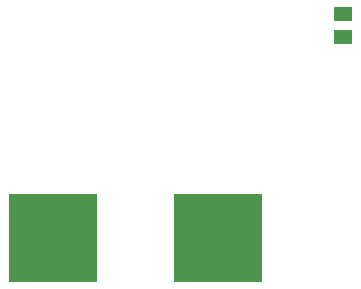
<source format=gbp>
G04 EAGLE Gerber RS-274X export*
G75*
%MOMM*%
%FSLAX34Y34*%
%LPD*%
%INBottom Paste*%
%IPPOS*%
%AMOC8*
5,1,8,0,0,1.08239X$1,22.5*%
G01*
%ADD10R,1.600000X1.300000*%
%ADD11R,7.500000X7.500000*%


D10*
X294080Y327700D03*
X294080Y308700D03*
D11*
X188400Y138410D03*
X48700Y138410D03*
M02*

</source>
